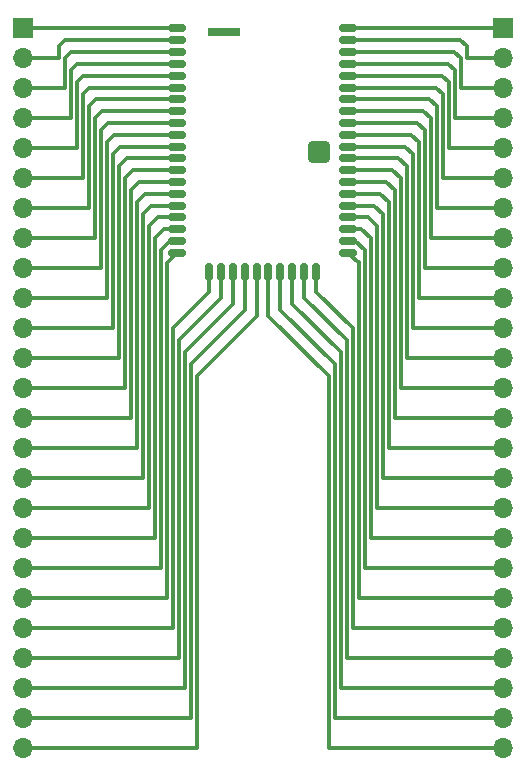
<source format=gbr>
%TF.GenerationSoftware,KiCad,Pcbnew,8.0.1*%
%TF.CreationDate,2024-04-14T04:03:23+09:00*%
%TF.ProjectId,BM83_Breakout,424d3833-5f42-4726-9561-6b6f75742e6b,rev?*%
%TF.SameCoordinates,Original*%
%TF.FileFunction,Copper,L1,Top*%
%TF.FilePolarity,Positive*%
%FSLAX46Y46*%
G04 Gerber Fmt 4.6, Leading zero omitted, Abs format (unit mm)*
G04 Created by KiCad (PCBNEW 8.0.1) date 2024-04-14 04:03:23*
%MOMM*%
%LPD*%
G01*
G04 APERTURE LIST*
G04 Aperture macros list*
%AMRoundRect*
0 Rectangle with rounded corners*
0 $1 Rounding radius*
0 $2 $3 $4 $5 $6 $7 $8 $9 X,Y pos of 4 corners*
0 Add a 4 corners polygon primitive as box body*
4,1,4,$2,$3,$4,$5,$6,$7,$8,$9,$2,$3,0*
0 Add four circle primitives for the rounded corners*
1,1,$1+$1,$2,$3*
1,1,$1+$1,$4,$5*
1,1,$1+$1,$6,$7*
1,1,$1+$1,$8,$9*
0 Add four rect primitives between the rounded corners*
20,1,$1+$1,$2,$3,$4,$5,0*
20,1,$1+$1,$4,$5,$6,$7,0*
20,1,$1+$1,$6,$7,$8,$9,0*
20,1,$1+$1,$8,$9,$2,$3,0*%
G04 Aperture macros list end*
%TA.AperFunction,ComponentPad*%
%ADD10R,1.700000X1.700000*%
%TD*%
%TA.AperFunction,ComponentPad*%
%ADD11O,1.700000X1.700000*%
%TD*%
%TA.AperFunction,SMDPad,CuDef*%
%ADD12RoundRect,0.150000X-0.600000X-0.150000X0.600000X-0.150000X0.600000X0.150000X-0.600000X0.150000X0*%
%TD*%
%TA.AperFunction,SMDPad,CuDef*%
%ADD13RoundRect,0.150000X-0.150000X-0.600000X0.150000X-0.600000X0.150000X0.600000X-0.150000X0.600000X0*%
%TD*%
%TA.AperFunction,SMDPad,CuDef*%
%ADD14RoundRect,0.250000X-0.640000X-0.640000X0.640000X-0.640000X0.640000X0.640000X-0.640000X0.640000X0*%
%TD*%
%TA.AperFunction,SMDPad,CuDef*%
%ADD15RoundRect,0.190000X-1.205000X-0.190000X1.205000X-0.190000X1.205000X0.190000X-1.205000X0.190000X0*%
%TD*%
%TA.AperFunction,Conductor*%
%ADD16C,0.300000*%
%TD*%
G04 APERTURE END LIST*
D10*
%TO.P,REF\u002A\u002A,1*%
%TO.N,N/C*%
X71120000Y-63500000D03*
D11*
%TO.P,REF\u002A\u002A,2*%
X71120000Y-66040000D03*
%TO.P,REF\u002A\u002A,3*%
X71120000Y-68580000D03*
%TO.P,REF\u002A\u002A,4*%
X71120000Y-71120000D03*
%TO.P,REF\u002A\u002A,5*%
X71120000Y-73660000D03*
%TO.P,REF\u002A\u002A,6*%
X71120000Y-76200000D03*
%TO.P,REF\u002A\u002A,7*%
X71120000Y-78740000D03*
%TO.P,REF\u002A\u002A,8*%
X71120000Y-81280000D03*
%TO.P,REF\u002A\u002A,9*%
X71120000Y-83820000D03*
%TO.P,REF\u002A\u002A,10*%
X71120000Y-86360000D03*
%TO.P,REF\u002A\u002A,11*%
X71120000Y-88900000D03*
%TO.P,REF\u002A\u002A,12*%
X71120000Y-91440000D03*
%TO.P,REF\u002A\u002A,13*%
X71120000Y-93980000D03*
%TO.P,REF\u002A\u002A,14*%
X71120000Y-96520000D03*
%TO.P,REF\u002A\u002A,15*%
X71120000Y-99060000D03*
%TO.P,REF\u002A\u002A,16*%
X71120000Y-101600000D03*
%TO.P,REF\u002A\u002A,17*%
X71120000Y-104140000D03*
%TO.P,REF\u002A\u002A,18*%
X71120000Y-106680000D03*
%TO.P,REF\u002A\u002A,19*%
X71120000Y-109220000D03*
%TO.P,REF\u002A\u002A,20*%
X71120000Y-111760000D03*
%TO.P,REF\u002A\u002A,21*%
X71120000Y-114300000D03*
%TO.P,REF\u002A\u002A,22*%
X71120000Y-116840000D03*
%TO.P,REF\u002A\u002A,23*%
X71120000Y-119380000D03*
%TO.P,REF\u002A\u002A,24*%
X71120000Y-121920000D03*
%TO.P,REF\u002A\u002A,25*%
X71120000Y-124460000D03*
%TD*%
D12*
%TO.P,U1,1,DR1*%
%TO.N,unconnected-(U1-DR1-Pad1)*%
X84190000Y-63500000D03*
%TO.P,U1,2,RFS1*%
%TO.N,unconnected-(U1-RFS1-Pad2)*%
X84190000Y-64500000D03*
%TO.P,U1,3,SCLK1*%
%TO.N,unconnected-(U1-SCLK1-Pad3)*%
X84190000Y-65500000D03*
%TO.P,U1,4,DT1*%
%TO.N,unconnected-(U1-DT1-Pad4)*%
X84190000Y-66500000D03*
%TO.P,U1,5,MCLK1*%
%TO.N,unconnected-(U1-MCLK1-Pad5)*%
X84190000Y-67500000D03*
%TO.P,U1,6,AOHPR*%
%TO.N,unconnected-(U1-AOHPR-Pad6)*%
X84190000Y-68500000D03*
%TO.P,U1,7,AOHPM*%
%TO.N,unconnected-(U1-AOHPM-Pad7)*%
X84190000Y-69500000D03*
%TO.P,U1,8,AOHPL*%
%TO.N,unconnected-(U1-AOHPL-Pad8)*%
X84190000Y-70500000D03*
%TO.P,U1,9,MICN2*%
%TO.N,unconnected-(U1-MICN2-Pad9)*%
X84190000Y-71500000D03*
%TO.P,U1,10,MICP2*%
%TO.N,unconnected-(U1-MICP2-Pad10)*%
X84190000Y-72500000D03*
%TO.P,U1,11,AIR*%
%TO.N,unconnected-(U1-AIR-Pad11)*%
X84190000Y-73500000D03*
%TO.P,U1,12,AIL*%
%TO.N,unconnected-(U1-AIL-Pad12)*%
X84190000Y-74500000D03*
%TO.P,U1,13,MICN1*%
%TO.N,unconnected-(U1-MICN1-Pad13)*%
X84190000Y-75500000D03*
%TO.P,U1,14,MICP1*%
%TO.N,unconnected-(U1-MICP1-Pad14)*%
X84190000Y-76500000D03*
%TO.P,U1,15,MICBIAS*%
%TO.N,unconnected-(U1-MICBIAS-Pad15)*%
X84190000Y-77500000D03*
%TO.P,U1,16,GND*%
%TO.N,Net-(U1-GND-Pad16)*%
X84190000Y-78500000D03*
%TO.P,U1,17,DMIC_CLK*%
%TO.N,unconnected-(U1-DMIC_CLK-Pad17)*%
X84190000Y-79500000D03*
%TO.P,U1,18,DMIC1_R*%
%TO.N,unconnected-(U1-DMIC1_R-Pad18)*%
X84190000Y-80500000D03*
%TO.P,U1,19,DMIC1_L*%
%TO.N,unconnected-(U1-DMIC1_L-Pad19)*%
X84190000Y-81500000D03*
%TO.P,U1,20,P3_2*%
%TO.N,unconnected-(U1-P3_2-Pad20)*%
X84190000Y-82500000D03*
D13*
%TO.P,U1,21,P2_6*%
%TO.N,unconnected-(U1-P2_6-Pad21)*%
X86940000Y-84150000D03*
%TO.P,U1,22,ADAP_IN*%
%TO.N,unconnected-(U1-ADAP_IN-Pad22)*%
X87940000Y-84150000D03*
%TO.P,U1,23,BAT_IN*%
%TO.N,unconnected-(U1-BAT_IN-Pad23)*%
X88940000Y-84150000D03*
%TO.P,U1,24,SYS_PWR*%
%TO.N,unconnected-(U1-SYS_PWR-Pad24)*%
X89940000Y-84150000D03*
%TO.P,U1,25,VDD_IO*%
%TO.N,unconnected-(U1-VDD_IO-Pad25)*%
X90940000Y-84150000D03*
%TO.P,U1,26,PWR(MFB)*%
%TO.N,unconnected-(U1-PWR(MFB)-Pad26)*%
X91940000Y-84150000D03*
%TO.P,U1,27,SK1_AMB_DET*%
%TO.N,unconnected-(U1-SK1_AMB_DET-Pad27)*%
X92940000Y-84150000D03*
%TO.P,U1,28,SK2_KEY_AD*%
%TO.N,unconnected-(U1-SK2_KEY_AD-Pad28)*%
X93940000Y-84150000D03*
%TO.P,U1,29,P8_6/UART_RXD*%
%TO.N,unconnected-(U1-P8_6{slash}UART_RXD-Pad29)*%
X94940000Y-84150000D03*
%TO.P,U1,30,P8_5/UART_TXD*%
%TO.N,unconnected-(U1-P8_5{slash}UART_TXD-Pad30)*%
X95940000Y-84150000D03*
D12*
%TO.P,U1,31,P3_4/UART_RTS*%
%TO.N,unconnected-(U1-P3_4{slash}UART_RTS-Pad31)*%
X98690000Y-82500000D03*
%TO.P,U1,32,LED1*%
%TO.N,unconnected-(U1-LED1-Pad32)*%
X98690000Y-81500000D03*
%TO.P,U1,33,P0_2*%
%TO.N,unconnected-(U1-P0_2-Pad33)*%
X98690000Y-80500000D03*
%TO.P,U1,34,LED2*%
%TO.N,unconnected-(U1-LED2-Pad34)*%
X98690000Y-79500000D03*
%TO.P,U1,35,P0_6*%
%TO.N,unconnected-(U1-P0_6-Pad35)*%
X98690000Y-78500000D03*
%TO.P,U1,36,DM*%
%TO.N,unconnected-(U1-DM-Pad36)*%
X98690000Y-77500000D03*
%TO.P,U1,37,DP*%
%TO.N,unconnected-(U1-DP-Pad37)*%
X98690000Y-76500000D03*
%TO.P,U1,38,P0_3*%
%TO.N,unconnected-(U1-P0_3-Pad38)*%
X98690000Y-75500000D03*
%TO.P,U1,39,P2_7*%
%TO.N,unconnected-(U1-P2_7-Pad39)*%
X98690000Y-74500000D03*
%TO.P,U1,40,P0_5*%
%TO.N,unconnected-(U1-P0_5-Pad40)*%
X98690000Y-73500000D03*
%TO.P,U1,41,P1_6/PWM1*%
%TO.N,unconnected-(U1-P1_6{slash}PWM1-Pad41)*%
X98690000Y-72500000D03*
%TO.P,U1,42,P2_3*%
%TO.N,unconnected-(U1-P2_3-Pad42)*%
X98690000Y-71500000D03*
%TO.P,U1,43,~{RST}*%
%TO.N,unconnected-(U1-~{RST}-Pad43)*%
X98690000Y-70500000D03*
%TO.P,U1,44,P0_1*%
%TO.N,unconnected-(U1-P0_1-Pad44)*%
X98690000Y-69500000D03*
%TO.P,U1,45,P0_7*%
%TO.N,unconnected-(U1-P0_7-Pad45)*%
X98690000Y-68500000D03*
%TO.P,U1,46,P1_2/TDI_CPU/SCL*%
%TO.N,unconnected-(U1-P1_2{slash}TDI_CPU{slash}SCL-Pad46)*%
X98690000Y-67500000D03*
%TO.P,U1,47,P1_3/TCK_CPU/SDA*%
%TO.N,unconnected-(U1-P1_3{slash}TCK_CPU{slash}SDA-Pad47)*%
X98690000Y-66500000D03*
%TO.P,U1,48,P3_7/UART_CTS*%
%TO.N,unconnected-(U1-P3_7{slash}UART_CTS-Pad48)*%
X98690000Y-65500000D03*
%TO.P,U1,49,P0_0/UART_TX_IND*%
%TO.N,unconnected-(U1-P0_0{slash}UART_TX_IND-Pad49)*%
X98690000Y-64500000D03*
%TO.P,U1,50,GND*%
%TO.N,Net-(U1-GND-Pad16)*%
X98690000Y-63500000D03*
D14*
%TO.P,U1,56,GND*%
X96210000Y-73930000D03*
D15*
%TO.P,U1,57,GND*%
X88150000Y-63820000D03*
%TD*%
D10*
%TO.P,REF\u002A\u002A,1*%
%TO.N,N/C*%
X111760000Y-63500000D03*
D11*
%TO.P,REF\u002A\u002A,2*%
X111760000Y-66040000D03*
%TO.P,REF\u002A\u002A,3*%
X111760000Y-68580000D03*
%TO.P,REF\u002A\u002A,4*%
X111760000Y-71120000D03*
%TO.P,REF\u002A\u002A,5*%
X111760000Y-73660000D03*
%TO.P,REF\u002A\u002A,6*%
X111760000Y-76200000D03*
%TO.P,REF\u002A\u002A,7*%
X111760000Y-78740000D03*
%TO.P,REF\u002A\u002A,8*%
X111760000Y-81280000D03*
%TO.P,REF\u002A\u002A,9*%
X111760000Y-83820000D03*
%TO.P,REF\u002A\u002A,10*%
X111760000Y-86360000D03*
%TO.P,REF\u002A\u002A,11*%
X111760000Y-88900000D03*
%TO.P,REF\u002A\u002A,12*%
X111760000Y-91440000D03*
%TO.P,REF\u002A\u002A,13*%
X111760000Y-93980000D03*
%TO.P,REF\u002A\u002A,14*%
X111760000Y-96520000D03*
%TO.P,REF\u002A\u002A,15*%
X111760000Y-99060000D03*
%TO.P,REF\u002A\u002A,16*%
X111760000Y-101600000D03*
%TO.P,REF\u002A\u002A,17*%
X111760000Y-104140000D03*
%TO.P,REF\u002A\u002A,18*%
X111760000Y-106680000D03*
%TO.P,REF\u002A\u002A,19*%
X111760000Y-109220000D03*
%TO.P,REF\u002A\u002A,20*%
X111760000Y-111760000D03*
%TO.P,REF\u002A\u002A,21*%
X111760000Y-114300000D03*
%TO.P,REF\u002A\u002A,22*%
X111760000Y-116840000D03*
%TO.P,REF\u002A\u002A,23*%
X111760000Y-119380000D03*
%TO.P,REF\u002A\u002A,24*%
X111760000Y-121920000D03*
%TO.P,REF\u002A\u002A,25*%
X111760000Y-124460000D03*
%TD*%
D16*
%TO.N,unconnected-(U1-DMIC_CLK-Pad17)*%
X81788000Y-104140000D02*
X71120000Y-104140000D01*
X81788000Y-104140000D02*
X81788000Y-80264000D01*
X82552000Y-79500000D02*
X84190000Y-79500000D01*
X81788000Y-80264000D02*
X82552000Y-79500000D01*
%TO.N,unconnected-(U1-P2_6-Pad21)*%
X71120000Y-114300000D02*
X83820000Y-114300000D01*
X83820000Y-88900000D02*
X86940000Y-85780000D01*
X86940000Y-85780000D02*
X86940000Y-84150000D01*
X83820000Y-114300000D02*
X83820000Y-88900000D01*
%TO.N,unconnected-(U1-DP-Pad37)*%
X101900000Y-76500000D02*
X98690000Y-76500000D01*
X102616000Y-96520000D02*
X102616000Y-77216000D01*
X102616000Y-77216000D02*
X101900000Y-76500000D01*
X111760000Y-96520000D02*
X102616000Y-96520000D01*
%TO.N,unconnected-(U1-P1_6{slash}PWM1-Pad41)*%
X104648000Y-86360000D02*
X104648000Y-73152000D01*
X103996000Y-72500000D02*
X98690000Y-72500000D01*
X111760000Y-86360000D02*
X104648000Y-86360000D01*
X104648000Y-73152000D02*
X103996000Y-72500000D01*
%TO.N,unconnected-(U1-ADAP_IN-Pad22)*%
X84328000Y-89916000D02*
X87940000Y-86304000D01*
X71120000Y-116840000D02*
X84328000Y-116840000D01*
X84328000Y-116840000D02*
X84328000Y-89916000D01*
X87940000Y-86304000D02*
X87940000Y-84150000D01*
%TO.N,unconnected-(U1-DM-Pad36)*%
X102108000Y-78232000D02*
X101376000Y-77500000D01*
X101376000Y-77500000D02*
X98690000Y-77500000D01*
X111760000Y-99060000D02*
X102108000Y-99060000D01*
X102108000Y-99060000D02*
X102108000Y-78232000D01*
%TO.N,unconnected-(U1-DMIC1_R-Pad18)*%
X82296000Y-106680000D02*
X71120000Y-106680000D01*
X82296000Y-81280000D02*
X83076000Y-80500000D01*
X82296000Y-106680000D02*
X82296000Y-81280000D01*
X83076000Y-80500000D02*
X84190000Y-80500000D01*
%TO.N,unconnected-(U1-SCLK1-Pad3)*%
X74676000Y-66040000D02*
X75216000Y-65500000D01*
X74676000Y-68580000D02*
X71120000Y-68580000D01*
X75216000Y-65500000D02*
X84190000Y-65500000D01*
X74676000Y-68580000D02*
X74676000Y-66040000D01*
%TO.N,unconnected-(U1-MICP1-Pad14)*%
X80264000Y-96520000D02*
X80264000Y-77216000D01*
X80980000Y-76500000D02*
X84190000Y-76500000D01*
X80264000Y-96520000D02*
X71120000Y-96520000D01*
X80264000Y-77216000D02*
X80980000Y-76500000D01*
%TO.N,unconnected-(U1-MCLK1-Pad5)*%
X75692000Y-73660000D02*
X75692000Y-68072000D01*
X75692000Y-68072000D02*
X76264000Y-67500000D01*
X71120000Y-73660000D02*
X75692000Y-73660000D01*
X76264000Y-67500000D02*
X84190000Y-67500000D01*
%TO.N,unconnected-(U1-P0_7-Pad45)*%
X106092000Y-68500000D02*
X98690000Y-68500000D01*
X106680000Y-69088000D02*
X106092000Y-68500000D01*
X106680000Y-76200000D02*
X106680000Y-69088000D01*
X111760000Y-76200000D02*
X106680000Y-76200000D01*
%TO.N,unconnected-(U1-DMIC1_L-Pad19)*%
X82804000Y-82296000D02*
X83600000Y-81500000D01*
X82804000Y-109220000D02*
X82804000Y-82296000D01*
X83600000Y-81500000D02*
X84190000Y-81500000D01*
X82804000Y-109220000D02*
X71120000Y-109220000D01*
%TO.N,unconnected-(U1-P3_2-Pad20)*%
X83312000Y-111760000D02*
X71120000Y-111760000D01*
X83312000Y-83378000D02*
X84190000Y-82500000D01*
X83312000Y-111760000D02*
X83312000Y-83378000D01*
%TO.N,unconnected-(U1-DT1-Pad4)*%
X75740000Y-66500000D02*
X84190000Y-66500000D01*
X75184000Y-71120000D02*
X75184000Y-67056000D01*
X75184000Y-71120000D02*
X71120000Y-71120000D01*
X75184000Y-67056000D02*
X75740000Y-66500000D01*
%TO.N,unconnected-(U1-AIR-Pad11)*%
X71120000Y-88900000D02*
X78740000Y-88900000D01*
X78740000Y-74168000D02*
X79408000Y-73500000D01*
X79408000Y-73500000D02*
X84190000Y-73500000D01*
X78740000Y-88900000D02*
X78740000Y-74168000D01*
%TO.N,unconnected-(U1-LED2-Pad34)*%
X111760000Y-104140000D02*
X101092000Y-104140000D01*
X101092000Y-104140000D02*
X101092000Y-80264000D01*
X100328000Y-79500000D02*
X98690000Y-79500000D01*
X101092000Y-80264000D02*
X100328000Y-79500000D01*
%TO.N,unconnected-(U1-P0_0{slash}UART_TX_IND-Pad49)*%
X108188000Y-64500000D02*
X98690000Y-64500000D01*
X108712000Y-66040000D02*
X111760000Y-66040000D01*
X108712000Y-65024000D02*
X108188000Y-64500000D01*
X108712000Y-65024000D02*
X108712000Y-66040000D01*
%TO.N,unconnected-(U1-P2_3-Pad42)*%
X111760000Y-83820000D02*
X105156000Y-83820000D01*
X105156000Y-72136000D02*
X104520000Y-71500000D01*
X104520000Y-71500000D02*
X98690000Y-71500000D01*
X105156000Y-83820000D02*
X105156000Y-72136000D01*
%TO.N,unconnected-(U1-P3_4{slash}UART_RTS-Pad31)*%
X111760000Y-111760000D02*
X99568000Y-111760000D01*
X99502000Y-83312000D02*
X98690000Y-82500000D01*
X99568000Y-83312000D02*
X99502000Y-83312000D01*
X99568000Y-111760000D02*
X99568000Y-83312000D01*
%TO.N,unconnected-(U1-P2_7-Pad39)*%
X103632000Y-91440000D02*
X103632000Y-75184000D01*
X111760000Y-91440000D02*
X103632000Y-91440000D01*
X103632000Y-75184000D02*
X102948000Y-74500000D01*
X102948000Y-74500000D02*
X98690000Y-74500000D01*
%TO.N,unconnected-(U1-VDD_IO-Pad25)*%
X71120000Y-124460000D02*
X85852000Y-124460000D01*
X85852000Y-124460000D02*
X85852000Y-92964000D01*
X85852000Y-92964000D02*
X90940000Y-87876000D01*
X90940000Y-87876000D02*
X90940000Y-84150000D01*
%TO.N,unconnected-(U1-P1_3{slash}TCK_CPU{slash}SDA-Pad47)*%
X107140000Y-66500000D02*
X98690000Y-66500000D01*
X111760000Y-71120000D02*
X107696000Y-71120000D01*
X107696000Y-71120000D02*
X107696000Y-67056000D01*
X107696000Y-67056000D02*
X107140000Y-66500000D01*
%TO.N,unconnected-(U1-P0_1-Pad44)*%
X111760000Y-78740000D02*
X106172000Y-78740000D01*
X105568000Y-69500000D02*
X98690000Y-69500000D01*
X106172000Y-70104000D02*
X105568000Y-69500000D01*
X106172000Y-78740000D02*
X106172000Y-70104000D01*
%TO.N,unconnected-(U1-MICP2-Pad10)*%
X78232000Y-73152000D02*
X78884000Y-72500000D01*
X78884000Y-72500000D02*
X84190000Y-72500000D01*
X78232000Y-86360000D02*
X78232000Y-73152000D01*
X71120000Y-86360000D02*
X78232000Y-86360000D01*
%TO.N,unconnected-(U1-P8_6{slash}UART_RXD-Pad29)*%
X94940000Y-86304000D02*
X94940000Y-84150000D01*
X98552000Y-89916000D02*
X94940000Y-86304000D01*
X111760000Y-116840000D02*
X98552000Y-116840000D01*
X98552000Y-116840000D02*
X98552000Y-89916000D01*
%TO.N,unconnected-(U1-SK2_KEY_AD-Pad28)*%
X98044000Y-119380000D02*
X98044000Y-90932000D01*
X93940000Y-86828000D02*
X93940000Y-84150000D01*
X111760000Y-119380000D02*
X98044000Y-119380000D01*
X98044000Y-90932000D02*
X93940000Y-86828000D01*
%TO.N,unconnected-(U1-P0_3-Pad38)*%
X103124000Y-76200000D02*
X102424000Y-75500000D01*
X111760000Y-93980000D02*
X103124000Y-93980000D01*
X103124000Y-93980000D02*
X103124000Y-76200000D01*
X102424000Y-75500000D02*
X98690000Y-75500000D01*
%TO.N,unconnected-(U1-P8_5{slash}UART_TXD-Pad30)*%
X99060000Y-114300000D02*
X99060000Y-88900000D01*
X99060000Y-88900000D02*
X95940000Y-85780000D01*
X99060000Y-114300000D02*
X110744000Y-114300000D01*
X110744000Y-114300000D02*
X111760000Y-114300000D01*
X95940000Y-85780000D02*
X95940000Y-84150000D01*
%TO.N,unconnected-(U1-PWR(MFB)-Pad26)*%
X91940000Y-87876000D02*
X91940000Y-84150000D01*
X111760000Y-124460000D02*
X97028000Y-124460000D01*
X97028000Y-92964000D02*
X91940000Y-87876000D01*
X97028000Y-124460000D02*
X97028000Y-92964000D01*
%TO.N,unconnected-(U1-DR1-Pad1)*%
X73660000Y-63500000D02*
X84190000Y-63500000D01*
X73660000Y-63500000D02*
X71120000Y-63500000D01*
%TO.N,unconnected-(U1-MICN1-Pad13)*%
X79756000Y-93980000D02*
X71120000Y-93980000D01*
X80456000Y-75500000D02*
X84190000Y-75500000D01*
X79756000Y-93980000D02*
X79756000Y-76200000D01*
X79756000Y-76200000D02*
X80456000Y-75500000D01*
%TO.N,unconnected-(U1-SYS_PWR-Pad24)*%
X85344000Y-121920000D02*
X85344000Y-91948000D01*
X85344000Y-91948000D02*
X89940000Y-87352000D01*
X89940000Y-87352000D02*
X89940000Y-84150000D01*
X71120000Y-121920000D02*
X85344000Y-121920000D01*
%TO.N,unconnected-(U1-~{RST}-Pad43)*%
X111760000Y-81280000D02*
X105664000Y-81280000D01*
X105044000Y-70500000D02*
X98690000Y-70500000D01*
X105664000Y-71120000D02*
X105044000Y-70500000D01*
X105664000Y-81280000D02*
X105664000Y-71120000D01*
%TO.N,unconnected-(U1-LED1-Pad32)*%
X100076000Y-82296000D02*
X99280000Y-81500000D01*
X111760000Y-109220000D02*
X100076000Y-109220000D01*
X100076000Y-109220000D02*
X100076000Y-82296000D01*
X99280000Y-81500000D02*
X98690000Y-81500000D01*
%TO.N,unconnected-(U1-AOHPL-Pad8)*%
X77216000Y-71120000D02*
X77836000Y-70500000D01*
X71120000Y-81280000D02*
X77216000Y-81280000D01*
X77216000Y-81280000D02*
X77216000Y-71120000D01*
X77836000Y-70500000D02*
X84190000Y-70500000D01*
%TO.N,unconnected-(U1-RFS1-Pad2)*%
X74168000Y-65024000D02*
X74692000Y-64500000D01*
X74168000Y-66040000D02*
X74168000Y-65024000D01*
X74168000Y-66040000D02*
X71120000Y-66040000D01*
X74692000Y-64500000D02*
X84190000Y-64500000D01*
%TO.N,unconnected-(U1-P0_6-Pad35)*%
X111760000Y-101600000D02*
X101600000Y-101600000D01*
X100852000Y-78500000D02*
X98690000Y-78500000D01*
X101600000Y-79248000D02*
X100852000Y-78500000D01*
X101600000Y-101600000D02*
X101600000Y-79248000D01*
%TO.N,unconnected-(U1-AOHPR-Pad6)*%
X76200000Y-76200000D02*
X76200000Y-69088000D01*
X76788000Y-68500000D02*
X84190000Y-68500000D01*
X71120000Y-76200000D02*
X76200000Y-76200000D01*
X76200000Y-69088000D02*
X76788000Y-68500000D01*
%TO.N,unconnected-(U1-P1_2{slash}TDI_CPU{slash}SCL-Pad46)*%
X107188000Y-68072000D02*
X106616000Y-67500000D01*
X111760000Y-73660000D02*
X107188000Y-73660000D01*
X106616000Y-67500000D02*
X98690000Y-67500000D01*
X107188000Y-73660000D02*
X107188000Y-68072000D01*
%TO.N,unconnected-(U1-AOHPM-Pad7)*%
X77312000Y-69500000D02*
X84190000Y-69500000D01*
X71120000Y-78740000D02*
X76708000Y-78740000D01*
X76708000Y-70104000D02*
X77312000Y-69500000D01*
X76708000Y-78740000D02*
X76708000Y-70104000D01*
%TO.N,unconnected-(U1-BAT_IN-Pad23)*%
X84836000Y-90932000D02*
X88940000Y-86828000D01*
X88940000Y-86828000D02*
X88940000Y-84150000D01*
X71120000Y-119380000D02*
X84836000Y-119380000D01*
X84836000Y-119380000D02*
X84836000Y-90932000D01*
%TO.N,unconnected-(U1-AIL-Pad12)*%
X79248000Y-91440000D02*
X79248000Y-75184000D01*
X79932000Y-74500000D02*
X84190000Y-74500000D01*
X71120000Y-91440000D02*
X79248000Y-91440000D01*
X79248000Y-75184000D02*
X79932000Y-74500000D01*
%TO.N,unconnected-(U1-MICBIAS-Pad15)*%
X80772000Y-99060000D02*
X71120000Y-99060000D01*
X81504000Y-77500000D02*
X84190000Y-77500000D01*
X80772000Y-99060000D02*
X80772000Y-78232000D01*
X80772000Y-78232000D02*
X81504000Y-77500000D01*
%TO.N,unconnected-(U1-SK1_AMB_DET-Pad27)*%
X97536000Y-91948000D02*
X92940000Y-87352000D01*
X97536000Y-121920000D02*
X97536000Y-91948000D01*
X111760000Y-121920000D02*
X97536000Y-121920000D01*
X92940000Y-87352000D02*
X92940000Y-84150000D01*
%TO.N,unconnected-(U1-P3_7{slash}UART_CTS-Pad48)*%
X107664000Y-65500000D02*
X98690000Y-65500000D01*
X108204000Y-66040000D02*
X107664000Y-65500000D01*
X108204000Y-68580000D02*
X108204000Y-66040000D01*
X111760000Y-68580000D02*
X108204000Y-68580000D01*
%TO.N,unconnected-(U1-MICN2-Pad9)*%
X78360000Y-71500000D02*
X84190000Y-71500000D01*
X77724000Y-83820000D02*
X77724000Y-72136000D01*
X71120000Y-83820000D02*
X77724000Y-83820000D01*
X77724000Y-72136000D02*
X78360000Y-71500000D01*
%TO.N,unconnected-(U1-P0_5-Pad40)*%
X104140000Y-88900000D02*
X104140000Y-74168000D01*
X111760000Y-88900000D02*
X104140000Y-88900000D01*
X103472000Y-73500000D02*
X98690000Y-73500000D01*
X104140000Y-74168000D02*
X103472000Y-73500000D01*
%TO.N,unconnected-(U1-P0_2-Pad33)*%
X100584000Y-106680000D02*
X100584000Y-81280000D01*
X100584000Y-81280000D02*
X99804000Y-80500000D01*
X99804000Y-80500000D02*
X98690000Y-80500000D01*
X111760000Y-106680000D02*
X100584000Y-106680000D01*
%TO.N,Net-(U1-GND-Pad16)*%
X81280000Y-101600000D02*
X71120000Y-101600000D01*
X111760000Y-63500000D02*
X98690000Y-63500000D01*
X82028000Y-78500000D02*
X84190000Y-78500000D01*
X81280000Y-101600000D02*
X81280000Y-79248000D01*
X81280000Y-79248000D02*
X82028000Y-78500000D01*
%TD*%
M02*

</source>
